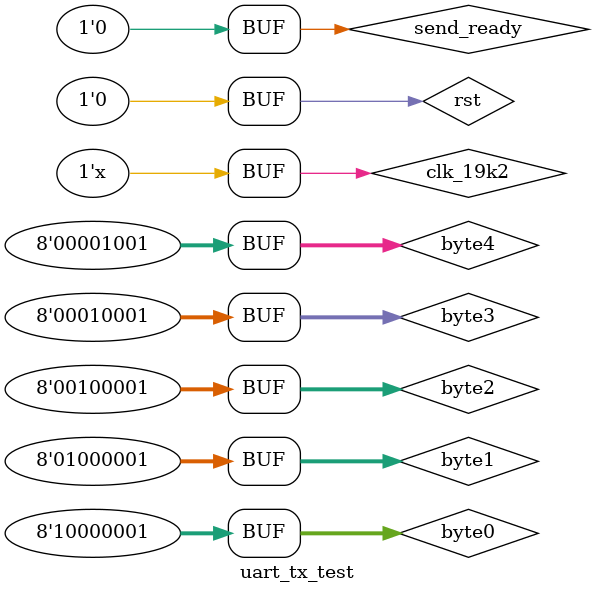
<source format=v>
`timescale 1ns / 1ps


module uart_tx_test;

	// Inputs
	reg clk_19k2;
	reg rst;
	reg send_ready;
	reg [7:0] byte0;
	reg [7:0] byte1;
	reg [7:0] byte2;
	reg [7:0] byte3;
	reg [7:0] byte4;

	// Outputs
	wire uart_out;

	// Instantiate the Unit Under Test (UUT)
	uart_tx uut (
		.clk_19k2(clk_19k2), 
		.rst(rst), 
		.send_ready(send_ready), 
		.byte0(byte0), 
		.byte1(byte1), 
		.byte2(byte2), 
		.byte3(byte3), 
		.byte4(byte4), 
		.uart_out(uart_out)
	);

	initial begin
		// Initialize Inputs
		clk_19k2 = 0;
		rst = 1;
		send_ready = 0;
		byte0 = 8'b10000001;
		byte1 = 8'b01000001;
		byte2 = 8'b00100001;
		byte3 = 8'b00010001;
		byte4 = 8'b00001001;

		// Wait 100 ns for global reset to finish
		#100;
      rst = 0;
		#30;
		send_ready = 1;
		#30;
		send_ready = 0;
		#500;
		send_ready = 1;
		#10
		send_ready = 0;
		// Add stimulus here

	end
   always begin
		#5;
		clk_19k2 = ~clk_19k2;
	end
endmodule


</source>
